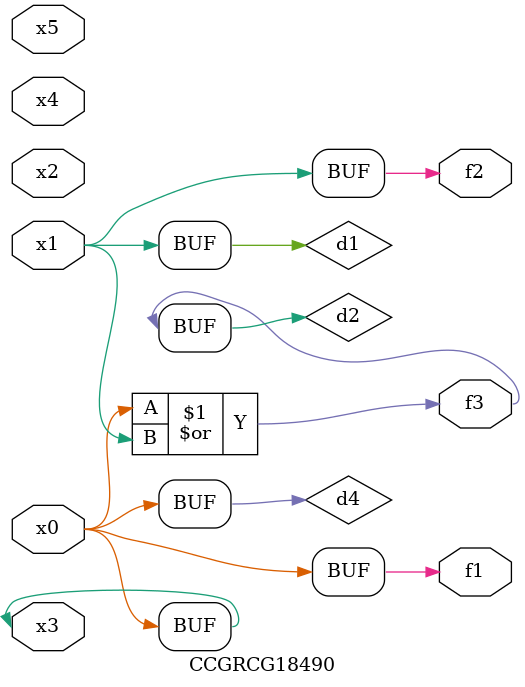
<source format=v>
module CCGRCG18490(
	input x0, x1, x2, x3, x4, x5,
	output f1, f2, f3
);

	wire d1, d2, d3, d4;

	and (d1, x1);
	or (d2, x0, x1);
	nand (d3, x0, x5);
	buf (d4, x0, x3);
	assign f1 = d4;
	assign f2 = d1;
	assign f3 = d2;
endmodule

</source>
